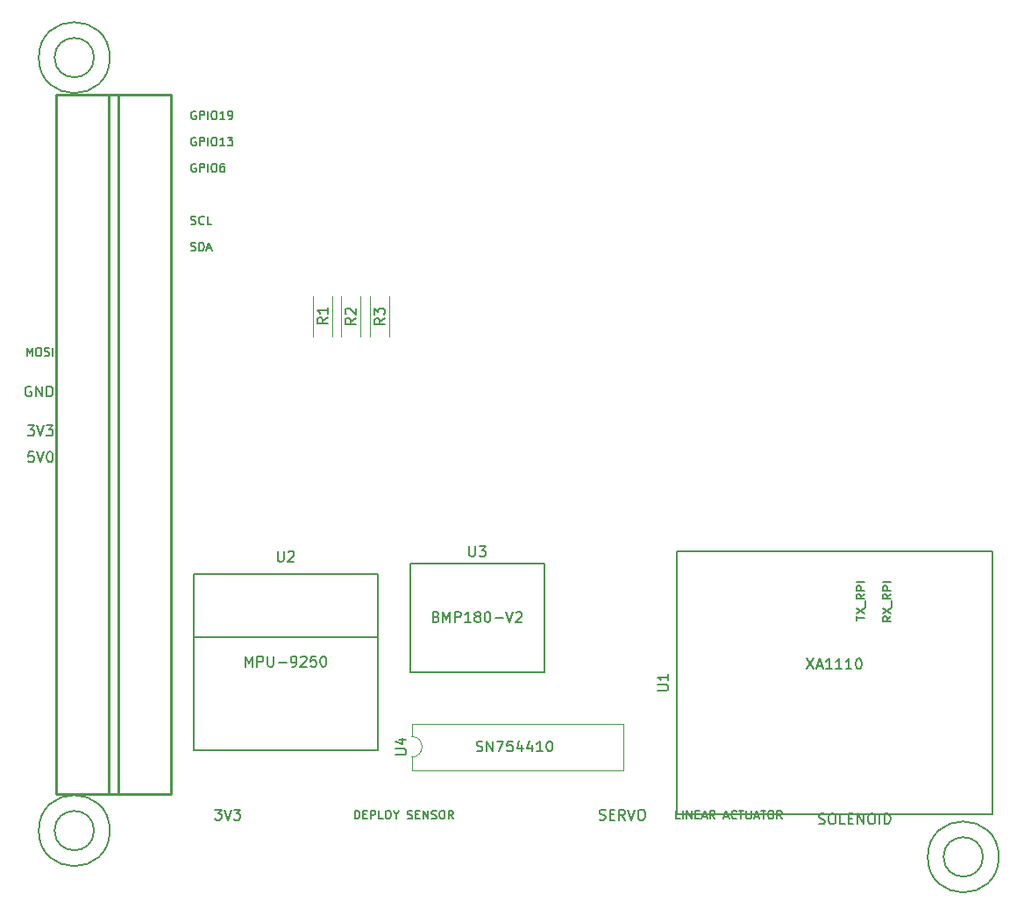
<source format=gto>
G04 #@! TF.GenerationSoftware,KiCad,Pcbnew,6.0.0-rc1-unknown-2c0fe8f~66~ubuntu18.04.1*
G04 #@! TF.CreationDate,2018-10-05T17:22:50-03:00*
G04 #@! TF.ProjectId,Balloon_bus,42616C6C6F6F6E5F6275732E6B696361,rev?*
G04 #@! TF.SameCoordinates,Original*
G04 #@! TF.FileFunction,Legend,Top*
G04 #@! TF.FilePolarity,Positive*
%FSLAX46Y46*%
G04 Gerber Fmt 4.6, Leading zero omitted, Abs format (unit mm)*
G04 Created by KiCad (PCBNEW 6.0.0-rc1-unknown-2c0fe8f~66~ubuntu18.04.1) date Fri Oct  5 17:22:50 2018*
%MOMM*%
%LPD*%
G01*
G04 APERTURE LIST*
%ADD10C,0.150000*%
%ADD11C,0.254000*%
%ADD12C,0.203200*%
%ADD13C,0.152400*%
%ADD14C,0.120000*%
G04 APERTURE END LIST*
D10*
X184441904Y-121602261D02*
X184060952Y-121868928D01*
X184441904Y-122059404D02*
X183641904Y-122059404D01*
X183641904Y-121754642D01*
X183680000Y-121678452D01*
X183718095Y-121640357D01*
X183794285Y-121602261D01*
X183908571Y-121602261D01*
X183984761Y-121640357D01*
X184022857Y-121678452D01*
X184060952Y-121754642D01*
X184060952Y-122059404D01*
X183641904Y-121335595D02*
X184441904Y-120802261D01*
X183641904Y-120802261D02*
X184441904Y-121335595D01*
X184518095Y-120687976D02*
X184518095Y-120078452D01*
X184441904Y-119430833D02*
X184060952Y-119697500D01*
X184441904Y-119887976D02*
X183641904Y-119887976D01*
X183641904Y-119583214D01*
X183680000Y-119507023D01*
X183718095Y-119468928D01*
X183794285Y-119430833D01*
X183908571Y-119430833D01*
X183984761Y-119468928D01*
X184022857Y-119507023D01*
X184060952Y-119583214D01*
X184060952Y-119887976D01*
X184441904Y-119087976D02*
X183641904Y-119087976D01*
X183641904Y-118783214D01*
X183680000Y-118707023D01*
X183718095Y-118668928D01*
X183794285Y-118630833D01*
X183908571Y-118630833D01*
X183984761Y-118668928D01*
X184022857Y-118707023D01*
X184060952Y-118783214D01*
X184060952Y-119087976D01*
X184441904Y-118287976D02*
X183641904Y-118287976D01*
X181101904Y-121983214D02*
X181101904Y-121526071D01*
X181901904Y-121754642D02*
X181101904Y-121754642D01*
X181101904Y-121335595D02*
X181901904Y-120802261D01*
X181101904Y-120802261D02*
X181901904Y-121335595D01*
X181978095Y-120687976D02*
X181978095Y-120078452D01*
X181901904Y-119430833D02*
X181520952Y-119697500D01*
X181901904Y-119887976D02*
X181101904Y-119887976D01*
X181101904Y-119583214D01*
X181140000Y-119507023D01*
X181178095Y-119468928D01*
X181254285Y-119430833D01*
X181368571Y-119430833D01*
X181444761Y-119468928D01*
X181482857Y-119507023D01*
X181520952Y-119583214D01*
X181520952Y-119887976D01*
X181901904Y-119087976D02*
X181101904Y-119087976D01*
X181101904Y-118783214D01*
X181140000Y-118707023D01*
X181178095Y-118668928D01*
X181254285Y-118630833D01*
X181368571Y-118630833D01*
X181444761Y-118668928D01*
X181482857Y-118707023D01*
X181520952Y-118783214D01*
X181520952Y-119087976D01*
X181901904Y-118287976D02*
X181101904Y-118287976D01*
X117307023Y-72797800D02*
X117230833Y-72759704D01*
X117116547Y-72759704D01*
X117002261Y-72797800D01*
X116926071Y-72873990D01*
X116887976Y-72950180D01*
X116849880Y-73102561D01*
X116849880Y-73216847D01*
X116887976Y-73369228D01*
X116926071Y-73445419D01*
X117002261Y-73521609D01*
X117116547Y-73559704D01*
X117192738Y-73559704D01*
X117307023Y-73521609D01*
X117345119Y-73483514D01*
X117345119Y-73216847D01*
X117192738Y-73216847D01*
X117687976Y-73559704D02*
X117687976Y-72759704D01*
X117992738Y-72759704D01*
X118068928Y-72797800D01*
X118107023Y-72835895D01*
X118145119Y-72912085D01*
X118145119Y-73026371D01*
X118107023Y-73102561D01*
X118068928Y-73140657D01*
X117992738Y-73178752D01*
X117687976Y-73178752D01*
X118487976Y-73559704D02*
X118487976Y-72759704D01*
X119021309Y-72759704D02*
X119173690Y-72759704D01*
X119249880Y-72797800D01*
X119326071Y-72873990D01*
X119364166Y-73026371D01*
X119364166Y-73293038D01*
X119326071Y-73445419D01*
X119249880Y-73521609D01*
X119173690Y-73559704D01*
X119021309Y-73559704D01*
X118945119Y-73521609D01*
X118868928Y-73445419D01*
X118830833Y-73293038D01*
X118830833Y-73026371D01*
X118868928Y-72873990D01*
X118945119Y-72797800D01*
X119021309Y-72759704D01*
X120126071Y-73559704D02*
X119668928Y-73559704D01*
X119897500Y-73559704D02*
X119897500Y-72759704D01*
X119821309Y-72873990D01*
X119745119Y-72950180D01*
X119668928Y-72988276D01*
X120507023Y-73559704D02*
X120659404Y-73559704D01*
X120735595Y-73521609D01*
X120773690Y-73483514D01*
X120849880Y-73369228D01*
X120887976Y-73216847D01*
X120887976Y-72912085D01*
X120849880Y-72835895D01*
X120811785Y-72797800D01*
X120735595Y-72759704D01*
X120583214Y-72759704D01*
X120507023Y-72797800D01*
X120468928Y-72835895D01*
X120430833Y-72912085D01*
X120430833Y-73102561D01*
X120468928Y-73178752D01*
X120507023Y-73216847D01*
X120583214Y-73254942D01*
X120735595Y-73254942D01*
X120811785Y-73216847D01*
X120849880Y-73178752D01*
X120887976Y-73102561D01*
X117307023Y-75337800D02*
X117230833Y-75299704D01*
X117116547Y-75299704D01*
X117002261Y-75337800D01*
X116926071Y-75413990D01*
X116887976Y-75490180D01*
X116849880Y-75642561D01*
X116849880Y-75756847D01*
X116887976Y-75909228D01*
X116926071Y-75985419D01*
X117002261Y-76061609D01*
X117116547Y-76099704D01*
X117192738Y-76099704D01*
X117307023Y-76061609D01*
X117345119Y-76023514D01*
X117345119Y-75756847D01*
X117192738Y-75756847D01*
X117687976Y-76099704D02*
X117687976Y-75299704D01*
X117992738Y-75299704D01*
X118068928Y-75337800D01*
X118107023Y-75375895D01*
X118145119Y-75452085D01*
X118145119Y-75566371D01*
X118107023Y-75642561D01*
X118068928Y-75680657D01*
X117992738Y-75718752D01*
X117687976Y-75718752D01*
X118487976Y-76099704D02*
X118487976Y-75299704D01*
X119021309Y-75299704D02*
X119173690Y-75299704D01*
X119249880Y-75337800D01*
X119326071Y-75413990D01*
X119364166Y-75566371D01*
X119364166Y-75833038D01*
X119326071Y-75985419D01*
X119249880Y-76061609D01*
X119173690Y-76099704D01*
X119021309Y-76099704D01*
X118945119Y-76061609D01*
X118868928Y-75985419D01*
X118830833Y-75833038D01*
X118830833Y-75566371D01*
X118868928Y-75413990D01*
X118945119Y-75337800D01*
X119021309Y-75299704D01*
X120126071Y-76099704D02*
X119668928Y-76099704D01*
X119897500Y-76099704D02*
X119897500Y-75299704D01*
X119821309Y-75413990D01*
X119745119Y-75490180D01*
X119668928Y-75528276D01*
X120392738Y-75299704D02*
X120887976Y-75299704D01*
X120621309Y-75604466D01*
X120735595Y-75604466D01*
X120811785Y-75642561D01*
X120849880Y-75680657D01*
X120887976Y-75756847D01*
X120887976Y-75947323D01*
X120849880Y-76023514D01*
X120811785Y-76061609D01*
X120735595Y-76099704D01*
X120507023Y-76099704D01*
X120430833Y-76061609D01*
X120392738Y-76023514D01*
X117307023Y-77877800D02*
X117230833Y-77839704D01*
X117116547Y-77839704D01*
X117002261Y-77877800D01*
X116926071Y-77953990D01*
X116887976Y-78030180D01*
X116849880Y-78182561D01*
X116849880Y-78296847D01*
X116887976Y-78449228D01*
X116926071Y-78525419D01*
X117002261Y-78601609D01*
X117116547Y-78639704D01*
X117192738Y-78639704D01*
X117307023Y-78601609D01*
X117345119Y-78563514D01*
X117345119Y-78296847D01*
X117192738Y-78296847D01*
X117687976Y-78639704D02*
X117687976Y-77839704D01*
X117992738Y-77839704D01*
X118068928Y-77877800D01*
X118107023Y-77915895D01*
X118145119Y-77992085D01*
X118145119Y-78106371D01*
X118107023Y-78182561D01*
X118068928Y-78220657D01*
X117992738Y-78258752D01*
X117687976Y-78258752D01*
X118487976Y-78639704D02*
X118487976Y-77839704D01*
X119021309Y-77839704D02*
X119173690Y-77839704D01*
X119249880Y-77877800D01*
X119326071Y-77953990D01*
X119364166Y-78106371D01*
X119364166Y-78373038D01*
X119326071Y-78525419D01*
X119249880Y-78601609D01*
X119173690Y-78639704D01*
X119021309Y-78639704D01*
X118945119Y-78601609D01*
X118868928Y-78525419D01*
X118830833Y-78373038D01*
X118830833Y-78106371D01*
X118868928Y-77953990D01*
X118945119Y-77877800D01*
X119021309Y-77839704D01*
X120049880Y-77839704D02*
X119897500Y-77839704D01*
X119821309Y-77877800D01*
X119783214Y-77915895D01*
X119707023Y-78030180D01*
X119668928Y-78182561D01*
X119668928Y-78487323D01*
X119707023Y-78563514D01*
X119745119Y-78601609D01*
X119821309Y-78639704D01*
X119973690Y-78639704D01*
X120049880Y-78601609D01*
X120087976Y-78563514D01*
X120126071Y-78487323D01*
X120126071Y-78296847D01*
X120087976Y-78220657D01*
X120049880Y-78182561D01*
X119973690Y-78144466D01*
X119821309Y-78144466D01*
X119745119Y-78182561D01*
X119707023Y-78220657D01*
X119668928Y-78296847D01*
X116849880Y-83681609D02*
X116964166Y-83719704D01*
X117154642Y-83719704D01*
X117230833Y-83681609D01*
X117268928Y-83643514D01*
X117307023Y-83567323D01*
X117307023Y-83491133D01*
X117268928Y-83414942D01*
X117230833Y-83376847D01*
X117154642Y-83338752D01*
X117002261Y-83300657D01*
X116926071Y-83262561D01*
X116887976Y-83224466D01*
X116849880Y-83148276D01*
X116849880Y-83072085D01*
X116887976Y-82995895D01*
X116926071Y-82957800D01*
X117002261Y-82919704D01*
X117192738Y-82919704D01*
X117307023Y-82957800D01*
X118107023Y-83643514D02*
X118068928Y-83681609D01*
X117954642Y-83719704D01*
X117878452Y-83719704D01*
X117764166Y-83681609D01*
X117687976Y-83605419D01*
X117649880Y-83529228D01*
X117611785Y-83376847D01*
X117611785Y-83262561D01*
X117649880Y-83110180D01*
X117687976Y-83033990D01*
X117764166Y-82957800D01*
X117878452Y-82919704D01*
X117954642Y-82919704D01*
X118068928Y-82957800D01*
X118107023Y-82995895D01*
X118830833Y-83719704D02*
X118449880Y-83719704D01*
X118449880Y-82919704D01*
X116849880Y-86221609D02*
X116964166Y-86259704D01*
X117154642Y-86259704D01*
X117230833Y-86221609D01*
X117268928Y-86183514D01*
X117307023Y-86107323D01*
X117307023Y-86031133D01*
X117268928Y-85954942D01*
X117230833Y-85916847D01*
X117154642Y-85878752D01*
X117002261Y-85840657D01*
X116926071Y-85802561D01*
X116887976Y-85764466D01*
X116849880Y-85688276D01*
X116849880Y-85612085D01*
X116887976Y-85535895D01*
X116926071Y-85497800D01*
X117002261Y-85459704D01*
X117192738Y-85459704D01*
X117307023Y-85497800D01*
X117649880Y-86259704D02*
X117649880Y-85459704D01*
X117840357Y-85459704D01*
X117954642Y-85497800D01*
X118030833Y-85573990D01*
X118068928Y-85650180D01*
X118107023Y-85802561D01*
X118107023Y-85916847D01*
X118068928Y-86069228D01*
X118030833Y-86145419D01*
X117954642Y-86221609D01*
X117840357Y-86259704D01*
X117649880Y-86259704D01*
X118411785Y-86031133D02*
X118792738Y-86031133D01*
X118335595Y-86259704D02*
X118602261Y-85459704D01*
X118868928Y-86259704D01*
X119181904Y-140252380D02*
X119800952Y-140252380D01*
X119467619Y-140633333D01*
X119610476Y-140633333D01*
X119705714Y-140680952D01*
X119753333Y-140728571D01*
X119800952Y-140823809D01*
X119800952Y-141061904D01*
X119753333Y-141157142D01*
X119705714Y-141204761D01*
X119610476Y-141252380D01*
X119324761Y-141252380D01*
X119229523Y-141204761D01*
X119181904Y-141157142D01*
X120086666Y-140252380D02*
X120420000Y-141252380D01*
X120753333Y-140252380D01*
X120991428Y-140252380D02*
X121610476Y-140252380D01*
X121277142Y-140633333D01*
X121420000Y-140633333D01*
X121515238Y-140680952D01*
X121562857Y-140728571D01*
X121610476Y-140823809D01*
X121610476Y-141061904D01*
X121562857Y-141157142D01*
X121515238Y-141204761D01*
X121420000Y-141252380D01*
X121134285Y-141252380D01*
X121039047Y-141204761D01*
X120991428Y-141157142D01*
X100997738Y-96419704D02*
X100997738Y-95619704D01*
X101264404Y-96191133D01*
X101531071Y-95619704D01*
X101531071Y-96419704D01*
X102064404Y-95619704D02*
X102216785Y-95619704D01*
X102292976Y-95657800D01*
X102369166Y-95733990D01*
X102407261Y-95886371D01*
X102407261Y-96153038D01*
X102369166Y-96305419D01*
X102292976Y-96381609D01*
X102216785Y-96419704D01*
X102064404Y-96419704D01*
X101988214Y-96381609D01*
X101912023Y-96305419D01*
X101873928Y-96153038D01*
X101873928Y-95886371D01*
X101912023Y-95733990D01*
X101988214Y-95657800D01*
X102064404Y-95619704D01*
X102712023Y-96381609D02*
X102826309Y-96419704D01*
X103016785Y-96419704D01*
X103092976Y-96381609D01*
X103131071Y-96343514D01*
X103169166Y-96267323D01*
X103169166Y-96191133D01*
X103131071Y-96114942D01*
X103092976Y-96076847D01*
X103016785Y-96038752D01*
X102864404Y-96000657D01*
X102788214Y-95962561D01*
X102750119Y-95924466D01*
X102712023Y-95848276D01*
X102712023Y-95772085D01*
X102750119Y-95695895D01*
X102788214Y-95657800D01*
X102864404Y-95619704D01*
X103054880Y-95619704D01*
X103169166Y-95657800D01*
X103512023Y-96419704D02*
X103512023Y-95619704D01*
X101416785Y-99400000D02*
X101321547Y-99352380D01*
X101178690Y-99352380D01*
X101035833Y-99400000D01*
X100940595Y-99495238D01*
X100892976Y-99590476D01*
X100845357Y-99780952D01*
X100845357Y-99923809D01*
X100892976Y-100114285D01*
X100940595Y-100209523D01*
X101035833Y-100304761D01*
X101178690Y-100352380D01*
X101273928Y-100352380D01*
X101416785Y-100304761D01*
X101464404Y-100257142D01*
X101464404Y-99923809D01*
X101273928Y-99923809D01*
X101892976Y-100352380D02*
X101892976Y-99352380D01*
X102464404Y-100352380D01*
X102464404Y-99352380D01*
X102940595Y-100352380D02*
X102940595Y-99352380D01*
X103178690Y-99352380D01*
X103321547Y-99400000D01*
X103416785Y-99495238D01*
X103464404Y-99590476D01*
X103512023Y-99780952D01*
X103512023Y-99923809D01*
X103464404Y-100114285D01*
X103416785Y-100209523D01*
X103321547Y-100304761D01*
X103178690Y-100352380D01*
X102940595Y-100352380D01*
X101083452Y-103130180D02*
X101702500Y-103130180D01*
X101369166Y-103511133D01*
X101512023Y-103511133D01*
X101607261Y-103558752D01*
X101654880Y-103606371D01*
X101702500Y-103701609D01*
X101702500Y-103939704D01*
X101654880Y-104034942D01*
X101607261Y-104082561D01*
X101512023Y-104130180D01*
X101226309Y-104130180D01*
X101131071Y-104082561D01*
X101083452Y-104034942D01*
X101988214Y-103130180D02*
X102321547Y-104130180D01*
X102654880Y-103130180D01*
X102892976Y-103130180D02*
X103512023Y-103130180D01*
X103178690Y-103511133D01*
X103321547Y-103511133D01*
X103416785Y-103558752D01*
X103464404Y-103606371D01*
X103512023Y-103701609D01*
X103512023Y-103939704D01*
X103464404Y-104034942D01*
X103416785Y-104082561D01*
X103321547Y-104130180D01*
X103035833Y-104130180D01*
X102940595Y-104082561D01*
X102892976Y-104034942D01*
X101654880Y-105670180D02*
X101178690Y-105670180D01*
X101131071Y-106146371D01*
X101178690Y-106098752D01*
X101273928Y-106051133D01*
X101512023Y-106051133D01*
X101607261Y-106098752D01*
X101654880Y-106146371D01*
X101702500Y-106241609D01*
X101702500Y-106479704D01*
X101654880Y-106574942D01*
X101607261Y-106622561D01*
X101512023Y-106670180D01*
X101273928Y-106670180D01*
X101178690Y-106622561D01*
X101131071Y-106574942D01*
X101988214Y-105670180D02*
X102321547Y-106670180D01*
X102654880Y-105670180D01*
X103178690Y-105670180D02*
X103273928Y-105670180D01*
X103369166Y-105717800D01*
X103416785Y-105765419D01*
X103464404Y-105860657D01*
X103512023Y-106051133D01*
X103512023Y-106289228D01*
X103464404Y-106479704D01*
X103416785Y-106574942D01*
X103369166Y-106622561D01*
X103273928Y-106670180D01*
X103178690Y-106670180D01*
X103083452Y-106622561D01*
X103035833Y-106574942D01*
X102988214Y-106479704D01*
X102940595Y-106289228D01*
X102940595Y-106051133D01*
X102988214Y-105860657D01*
X103035833Y-105765419D01*
X103083452Y-105717800D01*
X103178690Y-105670180D01*
D11*
G04 #@! TO.C,H1H2*
X109840500Y-71165800D02*
X109840500Y-138729800D01*
X103872500Y-71165800D02*
X109840500Y-71165800D01*
X103872500Y-138729800D02*
X103872500Y-71165800D01*
X109840500Y-138729800D02*
X103872500Y-138729800D01*
X114920500Y-71165800D02*
X114920500Y-138729800D01*
X108952500Y-71165800D02*
X114920500Y-71165800D01*
X108952500Y-138729800D02*
X108952500Y-71165800D01*
X114920500Y-138729800D02*
X108952500Y-138729800D01*
D12*
G04 #@! TO.C,U$11*
X107486500Y-67609800D02*
G75*
G03X107486500Y-67609800I-1900000J0D01*
G01*
D13*
X109015500Y-67609800D02*
G75*
G03X109015500Y-67609800I-3429000J0D01*
G01*
D12*
G04 #@! TO.C,U$13*
X193338500Y-144825800D02*
G75*
G03X193338500Y-144825800I-1900000J0D01*
G01*
D13*
X194867500Y-144825800D02*
G75*
G03X194867500Y-144825800I-3429000J0D01*
G01*
D12*
G04 #@! TO.C,U$14*
X107486500Y-142285800D02*
G75*
G03X107486500Y-142285800I-1900000J0D01*
G01*
D13*
X109015500Y-142285800D02*
G75*
G03X109015500Y-142285800I-3429000J0D01*
G01*
D14*
G04 #@! TO.C,U4*
X138170000Y-133190000D02*
G75*
G02X138170000Y-135190000I0J-1000000D01*
G01*
X138170000Y-135190000D02*
X138170000Y-136440000D01*
X138170000Y-136440000D02*
X158610000Y-136440000D01*
X158610000Y-136440000D02*
X158610000Y-131940000D01*
X158610000Y-131940000D02*
X138170000Y-131940000D01*
X138170000Y-131940000D02*
X138170000Y-133190000D01*
D10*
G04 #@! TO.C,U1*
X163760000Y-140700000D02*
X194240000Y-140700000D01*
X194240000Y-140700000D02*
X194240000Y-115300000D01*
X194240000Y-115300000D02*
X163760000Y-115300000D01*
X163760000Y-140700000D02*
X163760000Y-115300000D01*
G04 #@! TO.C,U3*
X138000000Y-116450000D02*
X138000000Y-126950000D01*
X138000000Y-126950000D02*
X151000000Y-126950000D01*
X151000000Y-126950000D02*
X151000000Y-116450000D01*
X151000000Y-116450000D02*
X138000000Y-116450000D01*
G04 #@! TO.C,U2*
X117110000Y-134510000D02*
X134890000Y-134510000D01*
X117110000Y-117490000D02*
X134890000Y-117490000D01*
X117110000Y-117490000D02*
X117110000Y-134510000D01*
X134890000Y-117490000D02*
X134890000Y-134510000D01*
X117110000Y-123590000D02*
X134890000Y-123590000D01*
D14*
G04 #@! TO.C,R1*
X128680000Y-94530000D02*
X128680000Y-90690000D01*
X130520000Y-94530000D02*
X130520000Y-90690000D01*
G04 #@! TO.C,R2*
X133220000Y-94530000D02*
X133220000Y-90690000D01*
X131380000Y-94530000D02*
X131380000Y-90690000D01*
G04 #@! TO.C,R3*
X134130000Y-94530000D02*
X134130000Y-90690000D01*
X135970000Y-94530000D02*
X135970000Y-90690000D01*
G04 #@! TO.C,J4*
D10*
X177497619Y-141604761D02*
X177640476Y-141652380D01*
X177878571Y-141652380D01*
X177973809Y-141604761D01*
X178021428Y-141557142D01*
X178069047Y-141461904D01*
X178069047Y-141366666D01*
X178021428Y-141271428D01*
X177973809Y-141223809D01*
X177878571Y-141176190D01*
X177688095Y-141128571D01*
X177592857Y-141080952D01*
X177545238Y-141033333D01*
X177497619Y-140938095D01*
X177497619Y-140842857D01*
X177545238Y-140747619D01*
X177592857Y-140700000D01*
X177688095Y-140652380D01*
X177926190Y-140652380D01*
X178069047Y-140700000D01*
X178688095Y-140652380D02*
X178878571Y-140652380D01*
X178973809Y-140700000D01*
X179069047Y-140795238D01*
X179116666Y-140985714D01*
X179116666Y-141319047D01*
X179069047Y-141509523D01*
X178973809Y-141604761D01*
X178878571Y-141652380D01*
X178688095Y-141652380D01*
X178592857Y-141604761D01*
X178497619Y-141509523D01*
X178450000Y-141319047D01*
X178450000Y-140985714D01*
X178497619Y-140795238D01*
X178592857Y-140700000D01*
X178688095Y-140652380D01*
X180021428Y-141652380D02*
X179545238Y-141652380D01*
X179545238Y-140652380D01*
X180354761Y-141128571D02*
X180688095Y-141128571D01*
X180830952Y-141652380D02*
X180354761Y-141652380D01*
X180354761Y-140652380D01*
X180830952Y-140652380D01*
X181259523Y-141652380D02*
X181259523Y-140652380D01*
X181830952Y-141652380D01*
X181830952Y-140652380D01*
X182497619Y-140652380D02*
X182688095Y-140652380D01*
X182783333Y-140700000D01*
X182878571Y-140795238D01*
X182926190Y-140985714D01*
X182926190Y-141319047D01*
X182878571Y-141509523D01*
X182783333Y-141604761D01*
X182688095Y-141652380D01*
X182497619Y-141652380D01*
X182402380Y-141604761D01*
X182307142Y-141509523D01*
X182259523Y-141319047D01*
X182259523Y-140985714D01*
X182307142Y-140795238D01*
X182402380Y-140700000D01*
X182497619Y-140652380D01*
X183354761Y-141652380D02*
X183354761Y-140652380D01*
X183830952Y-141652380D02*
X183830952Y-140652380D01*
X184069047Y-140652380D01*
X184211904Y-140700000D01*
X184307142Y-140795238D01*
X184354761Y-140890476D01*
X184402380Y-141080952D01*
X184402380Y-141223809D01*
X184354761Y-141414285D01*
X184307142Y-141509523D01*
X184211904Y-141604761D01*
X184069047Y-141652380D01*
X183830952Y-141652380D01*
G04 #@! TO.C,J2*
X132696190Y-141161904D02*
X132696190Y-140361904D01*
X132886666Y-140361904D01*
X133000952Y-140400000D01*
X133077142Y-140476190D01*
X133115238Y-140552380D01*
X133153333Y-140704761D01*
X133153333Y-140819047D01*
X133115238Y-140971428D01*
X133077142Y-141047619D01*
X133000952Y-141123809D01*
X132886666Y-141161904D01*
X132696190Y-141161904D01*
X133496190Y-140742857D02*
X133762857Y-140742857D01*
X133877142Y-141161904D02*
X133496190Y-141161904D01*
X133496190Y-140361904D01*
X133877142Y-140361904D01*
X134220000Y-141161904D02*
X134220000Y-140361904D01*
X134524761Y-140361904D01*
X134600952Y-140400000D01*
X134639047Y-140438095D01*
X134677142Y-140514285D01*
X134677142Y-140628571D01*
X134639047Y-140704761D01*
X134600952Y-140742857D01*
X134524761Y-140780952D01*
X134220000Y-140780952D01*
X135400952Y-141161904D02*
X135020000Y-141161904D01*
X135020000Y-140361904D01*
X135820000Y-140361904D02*
X135972380Y-140361904D01*
X136048571Y-140400000D01*
X136124761Y-140476190D01*
X136162857Y-140628571D01*
X136162857Y-140895238D01*
X136124761Y-141047619D01*
X136048571Y-141123809D01*
X135972380Y-141161904D01*
X135820000Y-141161904D01*
X135743809Y-141123809D01*
X135667619Y-141047619D01*
X135629523Y-140895238D01*
X135629523Y-140628571D01*
X135667619Y-140476190D01*
X135743809Y-140400000D01*
X135820000Y-140361904D01*
X136658095Y-140780952D02*
X136658095Y-141161904D01*
X136391428Y-140361904D02*
X136658095Y-140780952D01*
X136924761Y-140361904D01*
X137762857Y-141123809D02*
X137877142Y-141161904D01*
X138067619Y-141161904D01*
X138143809Y-141123809D01*
X138181904Y-141085714D01*
X138220000Y-141009523D01*
X138220000Y-140933333D01*
X138181904Y-140857142D01*
X138143809Y-140819047D01*
X138067619Y-140780952D01*
X137915238Y-140742857D01*
X137839047Y-140704761D01*
X137800952Y-140666666D01*
X137762857Y-140590476D01*
X137762857Y-140514285D01*
X137800952Y-140438095D01*
X137839047Y-140400000D01*
X137915238Y-140361904D01*
X138105714Y-140361904D01*
X138220000Y-140400000D01*
X138562857Y-140742857D02*
X138829523Y-140742857D01*
X138943809Y-141161904D02*
X138562857Y-141161904D01*
X138562857Y-140361904D01*
X138943809Y-140361904D01*
X139286666Y-141161904D02*
X139286666Y-140361904D01*
X139743809Y-141161904D01*
X139743809Y-140361904D01*
X140086666Y-141123809D02*
X140200952Y-141161904D01*
X140391428Y-141161904D01*
X140467619Y-141123809D01*
X140505714Y-141085714D01*
X140543809Y-141009523D01*
X140543809Y-140933333D01*
X140505714Y-140857142D01*
X140467619Y-140819047D01*
X140391428Y-140780952D01*
X140239047Y-140742857D01*
X140162857Y-140704761D01*
X140124761Y-140666666D01*
X140086666Y-140590476D01*
X140086666Y-140514285D01*
X140124761Y-140438095D01*
X140162857Y-140400000D01*
X140239047Y-140361904D01*
X140429523Y-140361904D01*
X140543809Y-140400000D01*
X141039047Y-140361904D02*
X141191428Y-140361904D01*
X141267619Y-140400000D01*
X141343809Y-140476190D01*
X141381904Y-140628571D01*
X141381904Y-140895238D01*
X141343809Y-141047619D01*
X141267619Y-141123809D01*
X141191428Y-141161904D01*
X141039047Y-141161904D01*
X140962857Y-141123809D01*
X140886666Y-141047619D01*
X140848571Y-140895238D01*
X140848571Y-140628571D01*
X140886666Y-140476190D01*
X140962857Y-140400000D01*
X141039047Y-140361904D01*
X142181904Y-141161904D02*
X141915238Y-140780952D01*
X141724761Y-141161904D02*
X141724761Y-140361904D01*
X142029523Y-140361904D01*
X142105714Y-140400000D01*
X142143809Y-140438095D01*
X142181904Y-140514285D01*
X142181904Y-140628571D01*
X142143809Y-140704761D01*
X142105714Y-140742857D01*
X142029523Y-140780952D01*
X141724761Y-140780952D01*
G04 #@! TO.C,J3*
X156309523Y-141204761D02*
X156452380Y-141252380D01*
X156690476Y-141252380D01*
X156785714Y-141204761D01*
X156833333Y-141157142D01*
X156880952Y-141061904D01*
X156880952Y-140966666D01*
X156833333Y-140871428D01*
X156785714Y-140823809D01*
X156690476Y-140776190D01*
X156500000Y-140728571D01*
X156404761Y-140680952D01*
X156357142Y-140633333D01*
X156309523Y-140538095D01*
X156309523Y-140442857D01*
X156357142Y-140347619D01*
X156404761Y-140300000D01*
X156500000Y-140252380D01*
X156738095Y-140252380D01*
X156880952Y-140300000D01*
X157309523Y-140728571D02*
X157642857Y-140728571D01*
X157785714Y-141252380D02*
X157309523Y-141252380D01*
X157309523Y-140252380D01*
X157785714Y-140252380D01*
X158785714Y-141252380D02*
X158452380Y-140776190D01*
X158214285Y-141252380D02*
X158214285Y-140252380D01*
X158595238Y-140252380D01*
X158690476Y-140300000D01*
X158738095Y-140347619D01*
X158785714Y-140442857D01*
X158785714Y-140585714D01*
X158738095Y-140680952D01*
X158690476Y-140728571D01*
X158595238Y-140776190D01*
X158214285Y-140776190D01*
X159071428Y-140252380D02*
X159404761Y-141252380D01*
X159738095Y-140252380D01*
X160261904Y-140252380D02*
X160452380Y-140252380D01*
X160547619Y-140300000D01*
X160642857Y-140395238D01*
X160690476Y-140585714D01*
X160690476Y-140919047D01*
X160642857Y-141109523D01*
X160547619Y-141204761D01*
X160452380Y-141252380D01*
X160261904Y-141252380D01*
X160166666Y-141204761D01*
X160071428Y-141109523D01*
X160023809Y-140919047D01*
X160023809Y-140585714D01*
X160071428Y-140395238D01*
X160166666Y-140300000D01*
X160261904Y-140252380D01*
G04 #@! TO.C,J5*
X164095238Y-141161904D02*
X163714285Y-141161904D01*
X163714285Y-140361904D01*
X164361904Y-141161904D02*
X164361904Y-140361904D01*
X164742857Y-141161904D02*
X164742857Y-140361904D01*
X165200000Y-141161904D01*
X165200000Y-140361904D01*
X165580952Y-140742857D02*
X165847619Y-140742857D01*
X165961904Y-141161904D02*
X165580952Y-141161904D01*
X165580952Y-140361904D01*
X165961904Y-140361904D01*
X166266666Y-140933333D02*
X166647619Y-140933333D01*
X166190476Y-141161904D02*
X166457142Y-140361904D01*
X166723809Y-141161904D01*
X167447619Y-141161904D02*
X167180952Y-140780952D01*
X166990476Y-141161904D02*
X166990476Y-140361904D01*
X167295238Y-140361904D01*
X167371428Y-140400000D01*
X167409523Y-140438095D01*
X167447619Y-140514285D01*
X167447619Y-140628571D01*
X167409523Y-140704761D01*
X167371428Y-140742857D01*
X167295238Y-140780952D01*
X166990476Y-140780952D01*
X168361904Y-140933333D02*
X168742857Y-140933333D01*
X168285714Y-141161904D02*
X168552380Y-140361904D01*
X168819047Y-141161904D01*
X169542857Y-141085714D02*
X169504761Y-141123809D01*
X169390476Y-141161904D01*
X169314285Y-141161904D01*
X169200000Y-141123809D01*
X169123809Y-141047619D01*
X169085714Y-140971428D01*
X169047619Y-140819047D01*
X169047619Y-140704761D01*
X169085714Y-140552380D01*
X169123809Y-140476190D01*
X169200000Y-140400000D01*
X169314285Y-140361904D01*
X169390476Y-140361904D01*
X169504761Y-140400000D01*
X169542857Y-140438095D01*
X169771428Y-140361904D02*
X170228571Y-140361904D01*
X170000000Y-141161904D02*
X170000000Y-140361904D01*
X170495238Y-140361904D02*
X170495238Y-141009523D01*
X170533333Y-141085714D01*
X170571428Y-141123809D01*
X170647619Y-141161904D01*
X170800000Y-141161904D01*
X170876190Y-141123809D01*
X170914285Y-141085714D01*
X170952380Y-141009523D01*
X170952380Y-140361904D01*
X171295238Y-140933333D02*
X171676190Y-140933333D01*
X171219047Y-141161904D02*
X171485714Y-140361904D01*
X171752380Y-141161904D01*
X171904761Y-140361904D02*
X172361904Y-140361904D01*
X172133333Y-141161904D02*
X172133333Y-140361904D01*
X172780952Y-140361904D02*
X172933333Y-140361904D01*
X173009523Y-140400000D01*
X173085714Y-140476190D01*
X173123809Y-140628571D01*
X173123809Y-140895238D01*
X173085714Y-141047619D01*
X173009523Y-141123809D01*
X172933333Y-141161904D01*
X172780952Y-141161904D01*
X172704761Y-141123809D01*
X172628571Y-141047619D01*
X172590476Y-140895238D01*
X172590476Y-140628571D01*
X172628571Y-140476190D01*
X172704761Y-140400000D01*
X172780952Y-140361904D01*
X173923809Y-141161904D02*
X173657142Y-140780952D01*
X173466666Y-141161904D02*
X173466666Y-140361904D01*
X173771428Y-140361904D01*
X173847619Y-140400000D01*
X173885714Y-140438095D01*
X173923809Y-140514285D01*
X173923809Y-140628571D01*
X173885714Y-140704761D01*
X173847619Y-140742857D01*
X173771428Y-140780952D01*
X173466666Y-140780952D01*
G04 #@! TO.C,U4*
X136622380Y-134951904D02*
X137431904Y-134951904D01*
X137527142Y-134904285D01*
X137574761Y-134856666D01*
X137622380Y-134761428D01*
X137622380Y-134570952D01*
X137574761Y-134475714D01*
X137527142Y-134428095D01*
X137431904Y-134380476D01*
X136622380Y-134380476D01*
X136955714Y-133475714D02*
X137622380Y-133475714D01*
X136574761Y-133713809D02*
X137289047Y-133951904D01*
X137289047Y-133332857D01*
X144433333Y-134594761D02*
X144576190Y-134642380D01*
X144814285Y-134642380D01*
X144909523Y-134594761D01*
X144957142Y-134547142D01*
X145004761Y-134451904D01*
X145004761Y-134356666D01*
X144957142Y-134261428D01*
X144909523Y-134213809D01*
X144814285Y-134166190D01*
X144623809Y-134118571D01*
X144528571Y-134070952D01*
X144480952Y-134023333D01*
X144433333Y-133928095D01*
X144433333Y-133832857D01*
X144480952Y-133737619D01*
X144528571Y-133690000D01*
X144623809Y-133642380D01*
X144861904Y-133642380D01*
X145004761Y-133690000D01*
X145433333Y-134642380D02*
X145433333Y-133642380D01*
X146004761Y-134642380D01*
X146004761Y-133642380D01*
X146385714Y-133642380D02*
X147052380Y-133642380D01*
X146623809Y-134642380D01*
X147909523Y-133642380D02*
X147433333Y-133642380D01*
X147385714Y-134118571D01*
X147433333Y-134070952D01*
X147528571Y-134023333D01*
X147766666Y-134023333D01*
X147861904Y-134070952D01*
X147909523Y-134118571D01*
X147957142Y-134213809D01*
X147957142Y-134451904D01*
X147909523Y-134547142D01*
X147861904Y-134594761D01*
X147766666Y-134642380D01*
X147528571Y-134642380D01*
X147433333Y-134594761D01*
X147385714Y-134547142D01*
X148814285Y-133975714D02*
X148814285Y-134642380D01*
X148576190Y-133594761D02*
X148338095Y-134309047D01*
X148957142Y-134309047D01*
X149766666Y-133975714D02*
X149766666Y-134642380D01*
X149528571Y-133594761D02*
X149290476Y-134309047D01*
X149909523Y-134309047D01*
X150814285Y-134642380D02*
X150242857Y-134642380D01*
X150528571Y-134642380D02*
X150528571Y-133642380D01*
X150433333Y-133785238D01*
X150338095Y-133880476D01*
X150242857Y-133928095D01*
X151433333Y-133642380D02*
X151528571Y-133642380D01*
X151623809Y-133690000D01*
X151671428Y-133737619D01*
X151719047Y-133832857D01*
X151766666Y-134023333D01*
X151766666Y-134261428D01*
X151719047Y-134451904D01*
X151671428Y-134547142D01*
X151623809Y-134594761D01*
X151528571Y-134642380D01*
X151433333Y-134642380D01*
X151338095Y-134594761D01*
X151290476Y-134547142D01*
X151242857Y-134451904D01*
X151195238Y-134261428D01*
X151195238Y-134023333D01*
X151242857Y-133832857D01*
X151290476Y-133737619D01*
X151338095Y-133690000D01*
X151433333Y-133642380D01*
G04 #@! TO.C,U1*
X161942380Y-128761904D02*
X162751904Y-128761904D01*
X162847142Y-128714285D01*
X162894761Y-128666666D01*
X162942380Y-128571428D01*
X162942380Y-128380952D01*
X162894761Y-128285714D01*
X162847142Y-128238095D01*
X162751904Y-128190476D01*
X161942380Y-128190476D01*
X162942380Y-127190476D02*
X162942380Y-127761904D01*
X162942380Y-127476190D02*
X161942380Y-127476190D01*
X162085238Y-127571428D01*
X162180476Y-127666666D01*
X162228095Y-127761904D01*
X176333333Y-125652380D02*
X177000000Y-126652380D01*
X177000000Y-125652380D02*
X176333333Y-126652380D01*
X177333333Y-126366666D02*
X177809523Y-126366666D01*
X177238095Y-126652380D02*
X177571428Y-125652380D01*
X177904761Y-126652380D01*
X178761904Y-126652380D02*
X178190476Y-126652380D01*
X178476190Y-126652380D02*
X178476190Y-125652380D01*
X178380952Y-125795238D01*
X178285714Y-125890476D01*
X178190476Y-125938095D01*
X179714285Y-126652380D02*
X179142857Y-126652380D01*
X179428571Y-126652380D02*
X179428571Y-125652380D01*
X179333333Y-125795238D01*
X179238095Y-125890476D01*
X179142857Y-125938095D01*
X180666666Y-126652380D02*
X180095238Y-126652380D01*
X180380952Y-126652380D02*
X180380952Y-125652380D01*
X180285714Y-125795238D01*
X180190476Y-125890476D01*
X180095238Y-125938095D01*
X181285714Y-125652380D02*
X181380952Y-125652380D01*
X181476190Y-125700000D01*
X181523809Y-125747619D01*
X181571428Y-125842857D01*
X181619047Y-126033333D01*
X181619047Y-126271428D01*
X181571428Y-126461904D01*
X181523809Y-126557142D01*
X181476190Y-126604761D01*
X181380952Y-126652380D01*
X181285714Y-126652380D01*
X181190476Y-126604761D01*
X181142857Y-126557142D01*
X181095238Y-126461904D01*
X181047619Y-126271428D01*
X181047619Y-126033333D01*
X181095238Y-125842857D01*
X181142857Y-125747619D01*
X181190476Y-125700000D01*
X181285714Y-125652380D01*
G04 #@! TO.C,U3*
X143738095Y-114802380D02*
X143738095Y-115611904D01*
X143785714Y-115707142D01*
X143833333Y-115754761D01*
X143928571Y-115802380D01*
X144119047Y-115802380D01*
X144214285Y-115754761D01*
X144261904Y-115707142D01*
X144309523Y-115611904D01*
X144309523Y-114802380D01*
X144690476Y-114802380D02*
X145309523Y-114802380D01*
X144976190Y-115183333D01*
X145119047Y-115183333D01*
X145214285Y-115230952D01*
X145261904Y-115278571D01*
X145309523Y-115373809D01*
X145309523Y-115611904D01*
X145261904Y-115707142D01*
X145214285Y-115754761D01*
X145119047Y-115802380D01*
X144833333Y-115802380D01*
X144738095Y-115754761D01*
X144690476Y-115707142D01*
X140547619Y-121628571D02*
X140690476Y-121676190D01*
X140738095Y-121723809D01*
X140785714Y-121819047D01*
X140785714Y-121961904D01*
X140738095Y-122057142D01*
X140690476Y-122104761D01*
X140595238Y-122152380D01*
X140214285Y-122152380D01*
X140214285Y-121152380D01*
X140547619Y-121152380D01*
X140642857Y-121200000D01*
X140690476Y-121247619D01*
X140738095Y-121342857D01*
X140738095Y-121438095D01*
X140690476Y-121533333D01*
X140642857Y-121580952D01*
X140547619Y-121628571D01*
X140214285Y-121628571D01*
X141214285Y-122152380D02*
X141214285Y-121152380D01*
X141547619Y-121866666D01*
X141880952Y-121152380D01*
X141880952Y-122152380D01*
X142357142Y-122152380D02*
X142357142Y-121152380D01*
X142738095Y-121152380D01*
X142833333Y-121200000D01*
X142880952Y-121247619D01*
X142928571Y-121342857D01*
X142928571Y-121485714D01*
X142880952Y-121580952D01*
X142833333Y-121628571D01*
X142738095Y-121676190D01*
X142357142Y-121676190D01*
X143880952Y-122152380D02*
X143309523Y-122152380D01*
X143595238Y-122152380D02*
X143595238Y-121152380D01*
X143500000Y-121295238D01*
X143404761Y-121390476D01*
X143309523Y-121438095D01*
X144452380Y-121580952D02*
X144357142Y-121533333D01*
X144309523Y-121485714D01*
X144261904Y-121390476D01*
X144261904Y-121342857D01*
X144309523Y-121247619D01*
X144357142Y-121200000D01*
X144452380Y-121152380D01*
X144642857Y-121152380D01*
X144738095Y-121200000D01*
X144785714Y-121247619D01*
X144833333Y-121342857D01*
X144833333Y-121390476D01*
X144785714Y-121485714D01*
X144738095Y-121533333D01*
X144642857Y-121580952D01*
X144452380Y-121580952D01*
X144357142Y-121628571D01*
X144309523Y-121676190D01*
X144261904Y-121771428D01*
X144261904Y-121961904D01*
X144309523Y-122057142D01*
X144357142Y-122104761D01*
X144452380Y-122152380D01*
X144642857Y-122152380D01*
X144738095Y-122104761D01*
X144785714Y-122057142D01*
X144833333Y-121961904D01*
X144833333Y-121771428D01*
X144785714Y-121676190D01*
X144738095Y-121628571D01*
X144642857Y-121580952D01*
X145452380Y-121152380D02*
X145547619Y-121152380D01*
X145642857Y-121200000D01*
X145690476Y-121247619D01*
X145738095Y-121342857D01*
X145785714Y-121533333D01*
X145785714Y-121771428D01*
X145738095Y-121961904D01*
X145690476Y-122057142D01*
X145642857Y-122104761D01*
X145547619Y-122152380D01*
X145452380Y-122152380D01*
X145357142Y-122104761D01*
X145309523Y-122057142D01*
X145261904Y-121961904D01*
X145214285Y-121771428D01*
X145214285Y-121533333D01*
X145261904Y-121342857D01*
X145309523Y-121247619D01*
X145357142Y-121200000D01*
X145452380Y-121152380D01*
X146214285Y-121771428D02*
X146976190Y-121771428D01*
X147309523Y-121152380D02*
X147642857Y-122152380D01*
X147976190Y-121152380D01*
X148261904Y-121247619D02*
X148309523Y-121200000D01*
X148404761Y-121152380D01*
X148642857Y-121152380D01*
X148738095Y-121200000D01*
X148785714Y-121247619D01*
X148833333Y-121342857D01*
X148833333Y-121438095D01*
X148785714Y-121580952D01*
X148214285Y-122152380D01*
X148833333Y-122152380D01*
G04 #@! TO.C,U2*
X125238095Y-115292380D02*
X125238095Y-116101904D01*
X125285714Y-116197142D01*
X125333333Y-116244761D01*
X125428571Y-116292380D01*
X125619047Y-116292380D01*
X125714285Y-116244761D01*
X125761904Y-116197142D01*
X125809523Y-116101904D01*
X125809523Y-115292380D01*
X126238095Y-115387619D02*
X126285714Y-115340000D01*
X126380952Y-115292380D01*
X126619047Y-115292380D01*
X126714285Y-115340000D01*
X126761904Y-115387619D01*
X126809523Y-115482857D01*
X126809523Y-115578095D01*
X126761904Y-115720952D01*
X126190476Y-116292380D01*
X126809523Y-116292380D01*
X122119047Y-126452380D02*
X122119047Y-125452380D01*
X122452380Y-126166666D01*
X122785714Y-125452380D01*
X122785714Y-126452380D01*
X123261904Y-126452380D02*
X123261904Y-125452380D01*
X123642857Y-125452380D01*
X123738095Y-125500000D01*
X123785714Y-125547619D01*
X123833333Y-125642857D01*
X123833333Y-125785714D01*
X123785714Y-125880952D01*
X123738095Y-125928571D01*
X123642857Y-125976190D01*
X123261904Y-125976190D01*
X124261904Y-125452380D02*
X124261904Y-126261904D01*
X124309523Y-126357142D01*
X124357142Y-126404761D01*
X124452380Y-126452380D01*
X124642857Y-126452380D01*
X124738095Y-126404761D01*
X124785714Y-126357142D01*
X124833333Y-126261904D01*
X124833333Y-125452380D01*
X125309523Y-126071428D02*
X126071428Y-126071428D01*
X126595238Y-126452380D02*
X126785714Y-126452380D01*
X126880952Y-126404761D01*
X126928571Y-126357142D01*
X127023809Y-126214285D01*
X127071428Y-126023809D01*
X127071428Y-125642857D01*
X127023809Y-125547619D01*
X126976190Y-125500000D01*
X126880952Y-125452380D01*
X126690476Y-125452380D01*
X126595238Y-125500000D01*
X126547619Y-125547619D01*
X126500000Y-125642857D01*
X126500000Y-125880952D01*
X126547619Y-125976190D01*
X126595238Y-126023809D01*
X126690476Y-126071428D01*
X126880952Y-126071428D01*
X126976190Y-126023809D01*
X127023809Y-125976190D01*
X127071428Y-125880952D01*
X127452380Y-125547619D02*
X127500000Y-125500000D01*
X127595238Y-125452380D01*
X127833333Y-125452380D01*
X127928571Y-125500000D01*
X127976190Y-125547619D01*
X128023809Y-125642857D01*
X128023809Y-125738095D01*
X127976190Y-125880952D01*
X127404761Y-126452380D01*
X128023809Y-126452380D01*
X128928571Y-125452380D02*
X128452380Y-125452380D01*
X128404761Y-125928571D01*
X128452380Y-125880952D01*
X128547619Y-125833333D01*
X128785714Y-125833333D01*
X128880952Y-125880952D01*
X128928571Y-125928571D01*
X128976190Y-126023809D01*
X128976190Y-126261904D01*
X128928571Y-126357142D01*
X128880952Y-126404761D01*
X128785714Y-126452380D01*
X128547619Y-126452380D01*
X128452380Y-126404761D01*
X128404761Y-126357142D01*
X129595238Y-125452380D02*
X129690476Y-125452380D01*
X129785714Y-125500000D01*
X129833333Y-125547619D01*
X129880952Y-125642857D01*
X129928571Y-125833333D01*
X129928571Y-126071428D01*
X129880952Y-126261904D01*
X129833333Y-126357142D01*
X129785714Y-126404761D01*
X129690476Y-126452380D01*
X129595238Y-126452380D01*
X129500000Y-126404761D01*
X129452380Y-126357142D01*
X129404761Y-126261904D01*
X129357142Y-126071428D01*
X129357142Y-125833333D01*
X129404761Y-125642857D01*
X129452380Y-125547619D01*
X129500000Y-125500000D01*
X129595238Y-125452380D01*
G04 #@! TO.C,R1*
X130052380Y-92716666D02*
X129576190Y-93050000D01*
X130052380Y-93288095D02*
X129052380Y-93288095D01*
X129052380Y-92907142D01*
X129100000Y-92811904D01*
X129147619Y-92764285D01*
X129242857Y-92716666D01*
X129385714Y-92716666D01*
X129480952Y-92764285D01*
X129528571Y-92811904D01*
X129576190Y-92907142D01*
X129576190Y-93288095D01*
X130052380Y-91764285D02*
X130052380Y-92335714D01*
X130052380Y-92050000D02*
X129052380Y-92050000D01*
X129195238Y-92145238D01*
X129290476Y-92240476D01*
X129338095Y-92335714D01*
G04 #@! TO.C,R2*
X132752380Y-92766666D02*
X132276190Y-93100000D01*
X132752380Y-93338095D02*
X131752380Y-93338095D01*
X131752380Y-92957142D01*
X131800000Y-92861904D01*
X131847619Y-92814285D01*
X131942857Y-92766666D01*
X132085714Y-92766666D01*
X132180952Y-92814285D01*
X132228571Y-92861904D01*
X132276190Y-92957142D01*
X132276190Y-93338095D01*
X131847619Y-92385714D02*
X131800000Y-92338095D01*
X131752380Y-92242857D01*
X131752380Y-92004761D01*
X131800000Y-91909523D01*
X131847619Y-91861904D01*
X131942857Y-91814285D01*
X132038095Y-91814285D01*
X132180952Y-91861904D01*
X132752380Y-92433333D01*
X132752380Y-91814285D01*
G04 #@! TO.C,R3*
X135552380Y-92776666D02*
X135076190Y-93110000D01*
X135552380Y-93348095D02*
X134552380Y-93348095D01*
X134552380Y-92967142D01*
X134600000Y-92871904D01*
X134647619Y-92824285D01*
X134742857Y-92776666D01*
X134885714Y-92776666D01*
X134980952Y-92824285D01*
X135028571Y-92871904D01*
X135076190Y-92967142D01*
X135076190Y-93348095D01*
X134552380Y-92443333D02*
X134552380Y-91824285D01*
X134933333Y-92157619D01*
X134933333Y-92014761D01*
X134980952Y-91919523D01*
X135028571Y-91871904D01*
X135123809Y-91824285D01*
X135361904Y-91824285D01*
X135457142Y-91871904D01*
X135504761Y-91919523D01*
X135552380Y-92014761D01*
X135552380Y-92300476D01*
X135504761Y-92395714D01*
X135457142Y-92443333D01*
G04 #@! TD*
M02*

</source>
